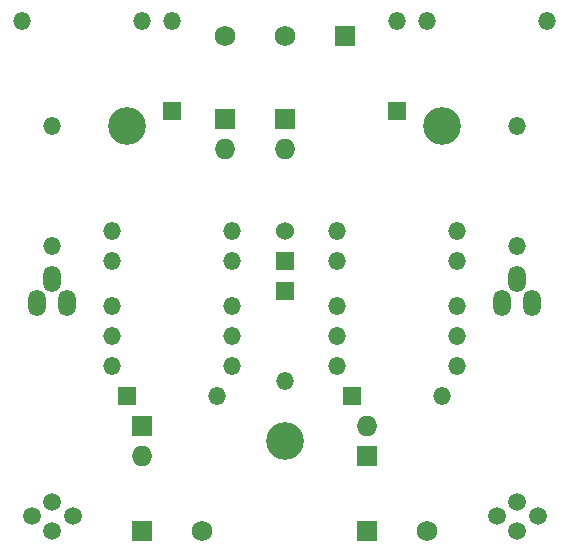
<source format=gts>
G04 (created by PCBNEW (2013-07-07 BZR 4022)-stable) date 3/21/2015 3:58:04 AM*
%MOIN*%
G04 Gerber Fmt 3.4, Leading zero omitted, Abs format*
%FSLAX34Y34*%
G01*
G70*
G90*
G04 APERTURE LIST*
%ADD10C,0.00590551*%
%ADD11O,0.059X0.0885*%
%ADD12R,0.069X0.069*%
%ADD13C,0.069*%
%ADD14O,0.059X0.059*%
%ADD15R,0.06X0.06*%
%ADD16C,0.06*%
%ADD17C,0.059*%
%ADD18O,0.069X0.069*%
%ADD19C,0.125984*%
%ADD20R,0.059X0.059*%
G04 APERTURE END LIST*
G54D10*
G54D11*
X50000Y-36397D03*
X50500Y-35602D03*
X51000Y-36397D03*
X34500Y-36397D03*
X35000Y-35602D03*
X35500Y-36397D03*
G54D12*
X44750Y-27500D03*
G54D13*
X42750Y-27500D03*
X40750Y-27500D03*
G54D12*
X38000Y-44000D03*
G54D13*
X40000Y-44000D03*
G54D12*
X45500Y-44000D03*
G54D13*
X47500Y-44000D03*
G54D14*
X50500Y-34500D03*
X50500Y-30500D03*
X47500Y-27000D03*
X51500Y-27000D03*
X38000Y-27000D03*
X34000Y-27000D03*
X44500Y-38500D03*
X48500Y-38500D03*
X37000Y-38500D03*
X41000Y-38500D03*
X48500Y-36500D03*
X44500Y-36500D03*
X35000Y-34500D03*
X35000Y-30500D03*
X37000Y-36500D03*
X41000Y-36500D03*
G54D15*
X42750Y-35000D03*
G54D16*
X42750Y-34000D03*
G54D17*
X50500Y-43007D03*
X51188Y-43500D03*
X49811Y-43500D03*
X50500Y-43992D03*
X35000Y-43007D03*
X35688Y-43500D03*
X34311Y-43500D03*
X35000Y-43992D03*
G54D12*
X38000Y-40500D03*
G54D18*
X38000Y-41500D03*
G54D12*
X45500Y-41500D03*
G54D18*
X45500Y-40500D03*
G54D12*
X40750Y-30250D03*
G54D18*
X40750Y-31250D03*
G54D12*
X42750Y-30250D03*
G54D18*
X42750Y-31250D03*
G54D19*
X48000Y-30500D03*
X42750Y-41000D03*
X37500Y-30500D03*
G54D14*
X37000Y-37500D03*
X41000Y-37500D03*
X41000Y-35000D03*
X37000Y-35000D03*
X41000Y-34000D03*
X37000Y-34000D03*
X48500Y-37500D03*
X44500Y-37500D03*
X44500Y-35000D03*
X48500Y-35000D03*
X44500Y-34000D03*
X48500Y-34000D03*
G54D20*
X46500Y-30000D03*
G54D14*
X46500Y-27000D03*
G54D20*
X39000Y-30000D03*
G54D14*
X39000Y-27000D03*
G54D20*
X42750Y-36000D03*
G54D14*
X42750Y-39000D03*
G54D20*
X37500Y-39500D03*
G54D14*
X40500Y-39500D03*
G54D20*
X45000Y-39500D03*
G54D14*
X48000Y-39500D03*
M02*

</source>
